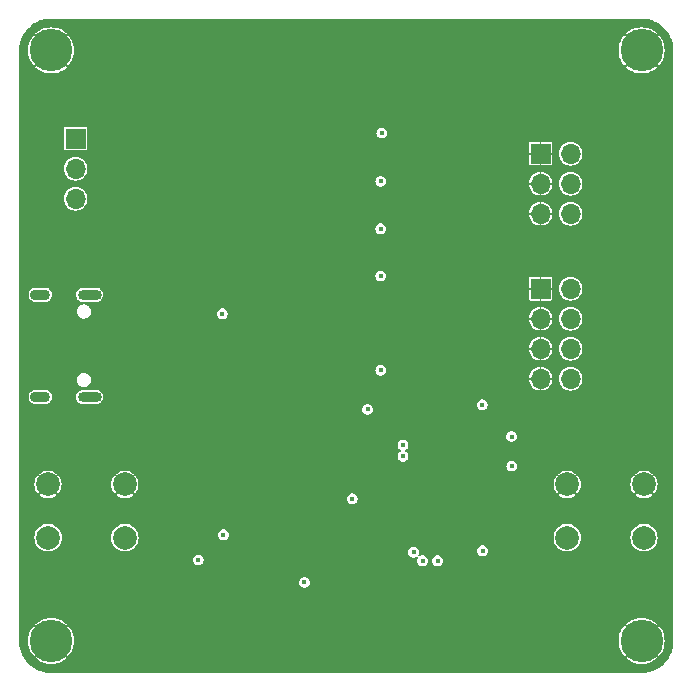
<source format=gbr>
%TF.GenerationSoftware,KiCad,Pcbnew,7.0.1*%
%TF.CreationDate,2023-12-30T18:25:03+00:00*%
%TF.ProjectId,watch_test_rig,77617463-685f-4746-9573-745f7269672e,rev?*%
%TF.SameCoordinates,Original*%
%TF.FileFunction,Copper,L3,Inr*%
%TF.FilePolarity,Positive*%
%FSLAX46Y46*%
G04 Gerber Fmt 4.6, Leading zero omitted, Abs format (unit mm)*
G04 Created by KiCad (PCBNEW 7.0.1) date 2023-12-30 18:25:03*
%MOMM*%
%LPD*%
G01*
G04 APERTURE LIST*
%TA.AperFunction,ComponentPad*%
%ADD10O,2.000000X0.900000*%
%TD*%
%TA.AperFunction,ComponentPad*%
%ADD11O,1.700000X0.900000*%
%TD*%
%TA.AperFunction,ComponentPad*%
%ADD12C,2.000000*%
%TD*%
%TA.AperFunction,ComponentPad*%
%ADD13C,3.600000*%
%TD*%
%TA.AperFunction,ComponentPad*%
%ADD14R,1.700000X1.700000*%
%TD*%
%TA.AperFunction,ComponentPad*%
%ADD15O,1.700000X1.700000*%
%TD*%
%TA.AperFunction,ViaPad*%
%ADD16C,0.450000*%
%TD*%
G04 APERTURE END LIST*
D10*
%TO.N,unconnected-(J103-SHIELD-PadS1)*%
%TO.C,J103*%
X133270000Y-90675000D03*
%TO.N,unconnected-(J103-SHIELD-PadS2)*%
X133270000Y-99325000D03*
D11*
%TO.N,unconnected-(J103-SHIELD-PadS3)*%
X129100000Y-90675000D03*
%TO.N,unconnected-(J103-SHIELD-PadS4)*%
X129100000Y-99325000D03*
%TD*%
D12*
%TO.N,/STM32_RST*%
%TO.C,SW102*%
X180200000Y-111250000D03*
X173700000Y-111250000D03*
%TO.N,GND*%
X180200000Y-106750000D03*
X173700000Y-106750000D03*
%TD*%
D13*
%TO.N,GND*%
%TO.C,H108*%
X180000000Y-120000000D03*
%TD*%
D14*
%TO.N,VBUS*%
%TO.C,SW101*%
X132080000Y-77470000D03*
D15*
%TO.N,/VIN*%
X132080000Y-80010000D03*
%TO.N,unconnected-(SW101-C-Pad3)*%
X132080000Y-82550000D03*
%TD*%
D12*
%TO.N,/NRF_RST*%
%TO.C,SW103*%
X136250000Y-111250000D03*
X129750000Y-111250000D03*
%TO.N,GND*%
X136250000Y-106750000D03*
X129750000Y-106750000D03*
%TD*%
D13*
%TO.N,GND*%
%TO.C,H106*%
X180000000Y-70000000D03*
%TD*%
D14*
%TO.N,GND*%
%TO.C,J106*%
X171450000Y-78740000D03*
D15*
%TO.N,/GPIO1*%
X173990000Y-78740000D03*
%TO.N,GND*%
X171450000Y-81280000D03*
%TO.N,/GPIO2*%
X173990000Y-81280000D03*
%TO.N,GND*%
X171450000Y-83820000D03*
%TO.N,/GPIO3*%
X173990000Y-83820000D03*
%TD*%
D13*
%TO.N,GND*%
%TO.C,H107*%
X130000000Y-120000000D03*
%TD*%
%TO.N,GND*%
%TO.C,H105*%
X130000000Y-70000000D03*
%TD*%
D14*
%TO.N,GND*%
%TO.C,J104*%
X171445000Y-90180000D03*
D15*
%TO.N,+VBAT*%
X173985000Y-90180000D03*
%TO.N,GND*%
X171445000Y-92720000D03*
%TO.N,+1V8*%
X173985000Y-92720000D03*
%TO.N,GND*%
X171445000Y-95260000D03*
%TO.N,+3V3*%
X173985000Y-95260000D03*
%TO.N,GND*%
X171445000Y-97800000D03*
%TO.N,VBUS*%
X173985000Y-97800000D03*
%TD*%
D16*
%TO.N,GND*%
X154500000Y-102900000D03*
X154500000Y-104900000D03*
X156200000Y-102900000D03*
X156200000Y-104900000D03*
X137900000Y-98200000D03*
X137700000Y-91800000D03*
X136100000Y-95500000D03*
X137700000Y-93700000D03*
X146500000Y-104600000D03*
X157900000Y-104900000D03*
X157900000Y-102900000D03*
X140771574Y-96371572D03*
X139357360Y-94957359D03*
X137943147Y-96371572D03*
X139357360Y-97785786D03*
X140771574Y-99199999D03*
X142185787Y-97785786D03*
X143571573Y-99171573D03*
X144985787Y-100585786D03*
X142157360Y-100585786D03*
X143571573Y-102000000D03*
X144985787Y-103414213D03*
X146400000Y-102000000D03*
X152500000Y-104900000D03*
X150500000Y-104900000D03*
X148500000Y-104900000D03*
X148500000Y-102900000D03*
X150500000Y-102900000D03*
X152500000Y-102900000D03*
%TO.N,+1V8*%
X155500000Y-107950000D03*
%TO.N,GND*%
X150090000Y-97090000D03*
%TO.N,VBUS*%
X157910000Y-97090000D03*
X157910000Y-89090000D03*
X157910000Y-85090000D03*
X158000000Y-77000000D03*
X157910000Y-81090000D03*
%TO.N,/GPIO2*%
X156800000Y-100400000D03*
%TO.N,/GPIO1*%
X169000000Y-105189603D03*
%TO.N,GND*%
X147877500Y-78100000D03*
X175800000Y-103000000D03*
X134300000Y-103000000D03*
%TO.N,/NRF_SWDIO*%
X142460000Y-113140000D03*
%TO.N,/NRF_SWCLK*%
X144600000Y-111000000D03*
%TO.N,/NRF_RST*%
X151451035Y-115050000D03*
%TO.N,/STM32_SWO*%
X160700000Y-112500000D03*
%TO.N,/STM32_SWDIO*%
X161460000Y-113200000D03*
%TO.N,GND*%
X143730000Y-120800000D03*
X147540000Y-120800000D03*
X145000000Y-120800000D03*
X166540000Y-120700000D03*
X162730000Y-120700000D03*
X164000000Y-120700000D03*
%TO.N,/STM32_VCP_RX*%
X166500000Y-100000000D03*
%TO.N,/STM32_VCP_TX*%
X168989603Y-102689603D03*
%TO.N,/STM32_RST*%
X166540000Y-112360000D03*
%TO.N,GND*%
X147877500Y-90077500D03*
X147877500Y-94100000D03*
X147877500Y-82100000D03*
X147877500Y-86077500D03*
%TO.N,/GPIO3*%
X144500000Y-92289603D03*
%TO.N,/STM32_SWCLK*%
X162730000Y-113200000D03*
%TO.N,GND*%
X154001035Y-111100000D03*
X159200000Y-102800000D03*
X165700000Y-102800000D03*
X160400000Y-102800000D03*
X134962500Y-91000000D03*
X164300000Y-102800000D03*
X163639603Y-103939603D03*
X160400000Y-105000000D03*
X141589603Y-82789603D03*
X159200000Y-105000000D03*
X134962500Y-99000000D03*
X166360397Y-103939603D03*
X165700000Y-105100000D03*
X164300000Y-105100000D03*
%TO.N,/USB_DN*%
X159800000Y-104375000D03*
%TO.N,/USB_DP*%
X159800000Y-103425000D03*
%TD*%
%TA.AperFunction,Conductor*%
%TO.N,GND*%
G36*
X180002065Y-67300615D02*
G01*
X180298112Y-67317241D01*
X180306346Y-67318170D01*
X180596603Y-67367486D01*
X180604671Y-67369327D01*
X180887605Y-67450839D01*
X180895418Y-67453573D01*
X181167428Y-67566244D01*
X181174904Y-67569844D01*
X181432594Y-67712263D01*
X181439608Y-67716671D01*
X181679716Y-67887037D01*
X181686203Y-67892209D01*
X181905741Y-68088400D01*
X181911599Y-68094258D01*
X182093368Y-68297658D01*
X182107789Y-68313795D01*
X182112962Y-68320283D01*
X182283324Y-68560385D01*
X182287740Y-68567412D01*
X182430155Y-68825095D01*
X182433755Y-68832571D01*
X182546422Y-69104571D01*
X182549163Y-69112404D01*
X182630669Y-69395317D01*
X182632515Y-69403408D01*
X182681828Y-69693647D01*
X182682758Y-69701893D01*
X182699384Y-69997934D01*
X182699500Y-70002083D01*
X182699500Y-119997917D01*
X182699384Y-120002066D01*
X182682758Y-120298106D01*
X182681828Y-120306352D01*
X182632515Y-120596591D01*
X182630669Y-120604682D01*
X182549163Y-120887595D01*
X182546422Y-120895428D01*
X182433755Y-121167428D01*
X182430155Y-121174904D01*
X182287740Y-121432587D01*
X182283324Y-121439614D01*
X182112962Y-121679716D01*
X182107789Y-121686204D01*
X181911604Y-121905736D01*
X181905736Y-121911604D01*
X181686204Y-122107789D01*
X181679716Y-122112962D01*
X181439614Y-122283324D01*
X181432587Y-122287740D01*
X181174904Y-122430155D01*
X181167428Y-122433755D01*
X180895428Y-122546422D01*
X180887595Y-122549163D01*
X180604682Y-122630669D01*
X180596591Y-122632515D01*
X180306352Y-122681828D01*
X180298106Y-122682758D01*
X180002066Y-122699384D01*
X179997917Y-122699500D01*
X130002083Y-122699500D01*
X129997934Y-122699384D01*
X129701893Y-122682758D01*
X129693647Y-122681828D01*
X129403408Y-122632515D01*
X129395317Y-122630669D01*
X129112404Y-122549163D01*
X129104571Y-122546422D01*
X128832571Y-122433755D01*
X128825095Y-122430155D01*
X128567412Y-122287740D01*
X128560385Y-122283324D01*
X128320283Y-122112962D01*
X128313795Y-122107789D01*
X128120535Y-121935082D01*
X128094258Y-121911599D01*
X128088400Y-121905741D01*
X127892209Y-121686203D01*
X127887037Y-121679716D01*
X127716675Y-121439614D01*
X127712263Y-121432594D01*
X127711874Y-121431891D01*
X128674175Y-121431891D01*
X128719759Y-121477475D01*
X128943060Y-121644637D01*
X129187869Y-121778312D01*
X129449216Y-121875790D01*
X129721781Y-121935082D01*
X130000000Y-121954981D01*
X130278218Y-121935082D01*
X130550783Y-121875790D01*
X130812130Y-121778312D01*
X131056939Y-121644637D01*
X131280240Y-121477475D01*
X131325824Y-121431891D01*
X178674175Y-121431891D01*
X178719759Y-121477475D01*
X178943060Y-121644637D01*
X179187869Y-121778312D01*
X179449216Y-121875790D01*
X179721781Y-121935082D01*
X180000000Y-121954981D01*
X180278218Y-121935082D01*
X180550783Y-121875790D01*
X180812130Y-121778312D01*
X181056939Y-121644637D01*
X181280240Y-121477475D01*
X181325824Y-121431891D01*
X180000000Y-120106066D01*
X178674175Y-121431891D01*
X131325824Y-121431891D01*
X130000000Y-120106066D01*
X128674175Y-121431891D01*
X127711874Y-121431891D01*
X127569844Y-121174904D01*
X127566244Y-121167428D01*
X127520478Y-121056939D01*
X127453573Y-120895418D01*
X127450839Y-120887605D01*
X127369327Y-120604671D01*
X127367486Y-120596603D01*
X127318170Y-120306346D01*
X127317241Y-120298106D01*
X127306456Y-120106066D01*
X127300615Y-120002065D01*
X127300558Y-119999999D01*
X128045018Y-119999999D01*
X128064917Y-120278218D01*
X128124209Y-120550783D01*
X128221687Y-120812130D01*
X128355362Y-121056939D01*
X128522524Y-121280240D01*
X128568108Y-121325824D01*
X129893933Y-120000000D01*
X130106066Y-120000000D01*
X131431890Y-121325823D01*
X131477475Y-121280240D01*
X131644637Y-121056939D01*
X131778312Y-120812130D01*
X131875790Y-120550783D01*
X131935082Y-120278218D01*
X131954981Y-119999999D01*
X178045018Y-119999999D01*
X178064917Y-120278218D01*
X178124209Y-120550783D01*
X178221687Y-120812130D01*
X178355362Y-121056939D01*
X178522524Y-121280240D01*
X178568108Y-121325824D01*
X179893933Y-120000000D01*
X180106066Y-120000000D01*
X181431890Y-121325823D01*
X181477475Y-121280240D01*
X181644637Y-121056939D01*
X181778312Y-120812130D01*
X181875790Y-120550783D01*
X181935082Y-120278218D01*
X181954981Y-119999999D01*
X181935082Y-119721781D01*
X181875790Y-119449216D01*
X181778312Y-119187869D01*
X181644637Y-118943060D01*
X181477475Y-118719759D01*
X181431891Y-118674175D01*
X180106066Y-120000000D01*
X179893933Y-120000000D01*
X178568108Y-118674175D01*
X178522525Y-118719759D01*
X178355362Y-118943060D01*
X178221687Y-119187869D01*
X178124209Y-119449216D01*
X178064917Y-119721781D01*
X178045018Y-119999999D01*
X131954981Y-119999999D01*
X131935082Y-119721781D01*
X131875790Y-119449216D01*
X131778312Y-119187869D01*
X131644637Y-118943060D01*
X131477475Y-118719759D01*
X131431891Y-118674175D01*
X130106066Y-120000000D01*
X129893933Y-120000000D01*
X128568108Y-118674175D01*
X128522525Y-118719759D01*
X128355362Y-118943060D01*
X128221687Y-119187869D01*
X128124209Y-119449216D01*
X128064917Y-119721781D01*
X128045018Y-119999999D01*
X127300558Y-119999999D01*
X127300500Y-119997917D01*
X127300500Y-118568108D01*
X128674175Y-118568108D01*
X129999999Y-119893932D01*
X131325824Y-118568108D01*
X178674175Y-118568108D01*
X179999999Y-119893932D01*
X181325824Y-118568108D01*
X181280240Y-118522524D01*
X181056939Y-118355362D01*
X180812130Y-118221687D01*
X180550783Y-118124209D01*
X180278218Y-118064917D01*
X180000000Y-118045018D01*
X179721781Y-118064917D01*
X179449216Y-118124209D01*
X179187869Y-118221687D01*
X178943060Y-118355362D01*
X178719759Y-118522525D01*
X178674175Y-118568108D01*
X131325824Y-118568108D01*
X131280240Y-118522524D01*
X131056939Y-118355362D01*
X130812130Y-118221687D01*
X130550783Y-118124209D01*
X130278218Y-118064917D01*
X130000000Y-118045018D01*
X129721781Y-118064917D01*
X129449216Y-118124209D01*
X129187869Y-118221687D01*
X128943060Y-118355362D01*
X128719759Y-118522525D01*
X128674175Y-118568108D01*
X127300500Y-118568108D01*
X127300500Y-115049999D01*
X150995902Y-115049999D01*
X151014337Y-115178225D01*
X151068152Y-115296062D01*
X151068153Y-115296063D01*
X151152986Y-115393967D01*
X151261966Y-115464004D01*
X151386263Y-115500500D01*
X151515805Y-115500500D01*
X151515807Y-115500500D01*
X151640104Y-115464004D01*
X151749084Y-115393967D01*
X151833917Y-115296063D01*
X151887732Y-115178226D01*
X151906168Y-115050000D01*
X151887732Y-114921774D01*
X151833917Y-114803937D01*
X151749084Y-114706033D01*
X151640104Y-114635996D01*
X151515807Y-114599500D01*
X151386263Y-114599500D01*
X151261966Y-114635995D01*
X151261966Y-114635996D01*
X151152986Y-114706033D01*
X151068152Y-114803937D01*
X151014337Y-114921774D01*
X150995902Y-115049999D01*
X127300500Y-115049999D01*
X127300500Y-113139999D01*
X142004867Y-113139999D01*
X142023302Y-113268225D01*
X142077117Y-113386062D01*
X142077118Y-113386063D01*
X142161951Y-113483967D01*
X142270931Y-113554004D01*
X142395228Y-113590500D01*
X142524770Y-113590500D01*
X142524772Y-113590500D01*
X142649069Y-113554004D01*
X142758049Y-113483967D01*
X142842882Y-113386063D01*
X142896697Y-113268226D01*
X142915133Y-113140000D01*
X142896697Y-113011774D01*
X142842882Y-112893937D01*
X142758049Y-112796033D01*
X142649069Y-112725996D01*
X142524772Y-112689500D01*
X142395228Y-112689500D01*
X142270930Y-112725996D01*
X142270931Y-112725996D01*
X142161951Y-112796033D01*
X142077117Y-112893937D01*
X142023302Y-113011774D01*
X142004867Y-113139999D01*
X127300500Y-113139999D01*
X127300500Y-112500000D01*
X160244867Y-112500000D01*
X160263302Y-112628225D01*
X160317117Y-112746062D01*
X160317118Y-112746063D01*
X160401951Y-112843967D01*
X160510931Y-112914004D01*
X160635228Y-112950500D01*
X160764770Y-112950500D01*
X160764772Y-112950500D01*
X160889069Y-112914004D01*
X160969035Y-112862612D01*
X161014321Y-112851054D01*
X161057501Y-112868939D01*
X161081351Y-112909135D01*
X161076355Y-112955606D01*
X161023302Y-113071774D01*
X161004867Y-113200000D01*
X161023302Y-113328225D01*
X161077117Y-113446062D01*
X161077118Y-113446063D01*
X161161951Y-113543967D01*
X161270931Y-113614004D01*
X161395228Y-113650500D01*
X161524770Y-113650500D01*
X161524772Y-113650500D01*
X161649069Y-113614004D01*
X161758049Y-113543967D01*
X161842882Y-113446063D01*
X161896697Y-113328226D01*
X161915133Y-113200000D01*
X162274867Y-113200000D01*
X162293302Y-113328225D01*
X162347117Y-113446062D01*
X162347118Y-113446063D01*
X162431951Y-113543967D01*
X162540931Y-113614004D01*
X162665228Y-113650500D01*
X162794770Y-113650500D01*
X162794772Y-113650500D01*
X162919069Y-113614004D01*
X163028049Y-113543967D01*
X163112882Y-113446063D01*
X163166697Y-113328226D01*
X163185133Y-113200000D01*
X163166697Y-113071774D01*
X163112882Y-112953937D01*
X163028049Y-112856033D01*
X162919069Y-112785996D01*
X162794772Y-112749500D01*
X162665228Y-112749500D01*
X162540930Y-112785996D01*
X162540931Y-112785996D01*
X162431951Y-112856033D01*
X162347117Y-112953937D01*
X162293302Y-113071774D01*
X162274867Y-113200000D01*
X161915133Y-113200000D01*
X161896697Y-113071774D01*
X161842882Y-112953937D01*
X161758049Y-112856033D01*
X161649069Y-112785996D01*
X161524772Y-112749500D01*
X161395228Y-112749500D01*
X161270931Y-112785996D01*
X161270929Y-112785996D01*
X161270929Y-112785997D01*
X161190964Y-112837387D01*
X161145678Y-112848945D01*
X161102497Y-112831059D01*
X161078648Y-112790863D01*
X161083645Y-112744393D01*
X161136696Y-112628228D01*
X161136695Y-112628228D01*
X161136697Y-112628226D01*
X161155133Y-112500000D01*
X161136697Y-112371774D01*
X161131320Y-112360000D01*
X166084867Y-112360000D01*
X166103302Y-112488225D01*
X166157117Y-112606062D01*
X166157118Y-112606063D01*
X166241951Y-112703967D01*
X166350931Y-112774004D01*
X166475228Y-112810500D01*
X166604770Y-112810500D01*
X166604772Y-112810500D01*
X166729069Y-112774004D01*
X166838049Y-112703967D01*
X166922882Y-112606063D01*
X166976697Y-112488226D01*
X166995133Y-112360000D01*
X166976697Y-112231774D01*
X166922882Y-112113937D01*
X166838049Y-112016033D01*
X166729069Y-111945996D01*
X166604772Y-111909500D01*
X166475228Y-111909500D01*
X166350930Y-111945996D01*
X166350931Y-111945996D01*
X166241951Y-112016033D01*
X166157117Y-112113937D01*
X166103302Y-112231774D01*
X166084867Y-112360000D01*
X161131320Y-112360000D01*
X161082882Y-112253937D01*
X160998049Y-112156033D01*
X160889069Y-112085996D01*
X160764772Y-112049500D01*
X160635228Y-112049500D01*
X160510931Y-112085995D01*
X160510931Y-112085996D01*
X160401951Y-112156033D01*
X160317117Y-112253937D01*
X160263302Y-112371774D01*
X160244867Y-112500000D01*
X127300500Y-112500000D01*
X127300500Y-111249999D01*
X128594570Y-111249999D01*
X128614243Y-111462309D01*
X128672594Y-111667389D01*
X128767632Y-111858254D01*
X128894024Y-112025621D01*
X128896128Y-112028407D01*
X129053698Y-112172052D01*
X129234981Y-112284298D01*
X129433802Y-112361321D01*
X129643390Y-112400500D01*
X129856609Y-112400500D01*
X129856610Y-112400500D01*
X130066198Y-112361321D01*
X130265019Y-112284298D01*
X130446302Y-112172052D01*
X130603872Y-112028407D01*
X130732366Y-111858255D01*
X130732365Y-111858255D01*
X130732367Y-111858254D01*
X130827405Y-111667389D01*
X130885756Y-111462309D01*
X130905429Y-111250000D01*
X130905429Y-111249999D01*
X135094570Y-111249999D01*
X135114243Y-111462309D01*
X135172594Y-111667389D01*
X135267632Y-111858254D01*
X135394024Y-112025621D01*
X135396128Y-112028407D01*
X135553698Y-112172052D01*
X135734981Y-112284298D01*
X135933802Y-112361321D01*
X136143390Y-112400500D01*
X136356609Y-112400500D01*
X136356610Y-112400500D01*
X136566198Y-112361321D01*
X136765019Y-112284298D01*
X136946302Y-112172052D01*
X137103872Y-112028407D01*
X137232366Y-111858255D01*
X137232365Y-111858255D01*
X137232367Y-111858254D01*
X137327405Y-111667389D01*
X137385756Y-111462309D01*
X137405429Y-111250000D01*
X137385756Y-111037690D01*
X137375032Y-111000000D01*
X144144867Y-111000000D01*
X144163302Y-111128225D01*
X144217117Y-111246062D01*
X144220529Y-111250000D01*
X144301951Y-111343967D01*
X144410931Y-111414004D01*
X144535228Y-111450500D01*
X144664770Y-111450500D01*
X144664772Y-111450500D01*
X144789069Y-111414004D01*
X144898049Y-111343967D01*
X144979471Y-111250000D01*
X172544570Y-111250000D01*
X172564243Y-111462309D01*
X172622594Y-111667389D01*
X172717632Y-111858254D01*
X172844024Y-112025621D01*
X172846128Y-112028407D01*
X173003698Y-112172052D01*
X173184981Y-112284298D01*
X173383802Y-112361321D01*
X173593390Y-112400500D01*
X173806609Y-112400500D01*
X173806610Y-112400500D01*
X174016198Y-112361321D01*
X174215019Y-112284298D01*
X174396302Y-112172052D01*
X174553872Y-112028407D01*
X174682366Y-111858255D01*
X174682365Y-111858255D01*
X174682367Y-111858254D01*
X174777405Y-111667389D01*
X174835756Y-111462309D01*
X174855429Y-111250000D01*
X179044570Y-111250000D01*
X179064243Y-111462309D01*
X179122594Y-111667389D01*
X179217632Y-111858254D01*
X179344024Y-112025621D01*
X179346128Y-112028407D01*
X179503698Y-112172052D01*
X179684981Y-112284298D01*
X179883802Y-112361321D01*
X180093390Y-112400500D01*
X180306609Y-112400500D01*
X180306610Y-112400500D01*
X180516198Y-112361321D01*
X180715019Y-112284298D01*
X180896302Y-112172052D01*
X181053872Y-112028407D01*
X181182366Y-111858255D01*
X181182365Y-111858255D01*
X181182367Y-111858254D01*
X181277405Y-111667389D01*
X181335756Y-111462309D01*
X181355429Y-111250000D01*
X181335756Y-111037690D01*
X181277405Y-110832610D01*
X181182367Y-110641745D01*
X181053874Y-110471596D01*
X181053872Y-110471593D01*
X180896302Y-110327948D01*
X180715019Y-110215702D01*
X180516198Y-110138679D01*
X180306610Y-110099500D01*
X180093390Y-110099500D01*
X179988595Y-110119089D01*
X179883801Y-110138679D01*
X179684980Y-110215702D01*
X179503701Y-110327946D01*
X179503698Y-110327948D01*
X179346128Y-110471593D01*
X179346125Y-110471596D01*
X179217632Y-110641745D01*
X179122594Y-110832610D01*
X179064243Y-111037690D01*
X179044570Y-111250000D01*
X174855429Y-111250000D01*
X174835756Y-111037690D01*
X174777405Y-110832610D01*
X174682367Y-110641745D01*
X174553874Y-110471596D01*
X174553872Y-110471593D01*
X174396302Y-110327948D01*
X174215019Y-110215702D01*
X174016198Y-110138679D01*
X173806610Y-110099500D01*
X173593390Y-110099500D01*
X173488595Y-110119089D01*
X173383801Y-110138679D01*
X173184980Y-110215702D01*
X173003701Y-110327946D01*
X173003698Y-110327948D01*
X172846128Y-110471593D01*
X172846125Y-110471596D01*
X172717632Y-110641745D01*
X172622594Y-110832610D01*
X172564243Y-111037690D01*
X172544570Y-111250000D01*
X144979471Y-111250000D01*
X144982882Y-111246063D01*
X145036697Y-111128226D01*
X145055133Y-111000000D01*
X145036697Y-110871774D01*
X144982882Y-110753937D01*
X144898049Y-110656033D01*
X144789069Y-110585996D01*
X144664772Y-110549500D01*
X144535228Y-110549500D01*
X144410931Y-110585995D01*
X144410931Y-110585996D01*
X144301951Y-110656033D01*
X144217117Y-110753937D01*
X144163302Y-110871774D01*
X144144867Y-111000000D01*
X137375032Y-111000000D01*
X137327405Y-110832610D01*
X137232367Y-110641745D01*
X137103874Y-110471596D01*
X137103872Y-110471593D01*
X136946302Y-110327948D01*
X136765019Y-110215702D01*
X136566198Y-110138679D01*
X136356610Y-110099500D01*
X136143390Y-110099500D01*
X136038595Y-110119089D01*
X135933801Y-110138679D01*
X135734980Y-110215702D01*
X135553701Y-110327946D01*
X135553698Y-110327948D01*
X135396128Y-110471593D01*
X135396125Y-110471596D01*
X135267632Y-110641745D01*
X135172594Y-110832610D01*
X135114243Y-111037690D01*
X135094570Y-111249999D01*
X130905429Y-111249999D01*
X130885756Y-111037690D01*
X130827405Y-110832610D01*
X130732367Y-110641745D01*
X130603874Y-110471596D01*
X130603872Y-110471593D01*
X130446302Y-110327948D01*
X130265019Y-110215702D01*
X130066198Y-110138679D01*
X129856610Y-110099500D01*
X129643390Y-110099500D01*
X129538595Y-110119089D01*
X129433801Y-110138679D01*
X129234980Y-110215702D01*
X129053701Y-110327946D01*
X129053698Y-110327948D01*
X128896128Y-110471593D01*
X128896125Y-110471596D01*
X128767632Y-110641745D01*
X128672594Y-110832610D01*
X128614243Y-111037690D01*
X128594570Y-111249999D01*
X127300500Y-111249999D01*
X127300500Y-107949999D01*
X155044867Y-107949999D01*
X155063302Y-108078225D01*
X155117117Y-108196062D01*
X155117118Y-108196063D01*
X155201951Y-108293967D01*
X155310931Y-108364004D01*
X155435228Y-108400500D01*
X155564770Y-108400500D01*
X155564772Y-108400500D01*
X155689069Y-108364004D01*
X155798049Y-108293967D01*
X155882882Y-108196063D01*
X155936697Y-108078226D01*
X155955133Y-107950000D01*
X155936697Y-107821774D01*
X155882882Y-107703937D01*
X155805491Y-107614622D01*
X172941443Y-107614622D01*
X173004000Y-107671651D01*
X173185204Y-107783847D01*
X173383939Y-107860838D01*
X173593437Y-107900000D01*
X173806563Y-107900000D01*
X174016060Y-107860838D01*
X174214795Y-107783847D01*
X174395999Y-107671651D01*
X174458554Y-107614622D01*
X179441443Y-107614622D01*
X179504000Y-107671651D01*
X179685204Y-107783847D01*
X179883939Y-107860838D01*
X180093437Y-107900000D01*
X180306563Y-107900000D01*
X180516060Y-107860838D01*
X180714795Y-107783847D01*
X180895999Y-107671651D01*
X180958555Y-107614621D01*
X180200000Y-106856066D01*
X179441443Y-107614622D01*
X174458554Y-107614622D01*
X174458555Y-107614621D01*
X173700000Y-106856066D01*
X172941443Y-107614622D01*
X155805491Y-107614622D01*
X155798049Y-107606033D01*
X155689069Y-107535996D01*
X155564772Y-107499500D01*
X155435228Y-107499500D01*
X155310930Y-107535996D01*
X155310931Y-107535996D01*
X155201951Y-107606033D01*
X155117117Y-107703937D01*
X155063302Y-107821774D01*
X155044867Y-107949999D01*
X127300500Y-107949999D01*
X127300500Y-107614622D01*
X128991443Y-107614622D01*
X129054000Y-107671651D01*
X129235204Y-107783847D01*
X129433939Y-107860838D01*
X129643437Y-107900000D01*
X129856563Y-107900000D01*
X130066060Y-107860838D01*
X130264795Y-107783847D01*
X130445999Y-107671651D01*
X130508554Y-107614622D01*
X135491443Y-107614622D01*
X135554000Y-107671651D01*
X135735204Y-107783847D01*
X135933939Y-107860838D01*
X136143437Y-107900000D01*
X136356563Y-107900000D01*
X136566060Y-107860838D01*
X136764795Y-107783847D01*
X136945999Y-107671651D01*
X137008555Y-107614621D01*
X136250000Y-106856066D01*
X135491443Y-107614622D01*
X130508554Y-107614622D01*
X130508555Y-107614621D01*
X129750000Y-106856066D01*
X128991443Y-107614622D01*
X127300500Y-107614622D01*
X127300500Y-106750000D01*
X128595072Y-106750000D01*
X128614737Y-106962216D01*
X128673062Y-107167209D01*
X128768059Y-107357990D01*
X128883317Y-107510615D01*
X129643934Y-106750000D01*
X129856066Y-106750000D01*
X130616681Y-107510615D01*
X130731940Y-107357990D01*
X130826937Y-107167209D01*
X130885262Y-106962216D01*
X130904927Y-106750000D01*
X135095072Y-106750000D01*
X135114737Y-106962216D01*
X135173062Y-107167209D01*
X135268059Y-107357990D01*
X135383317Y-107510615D01*
X136143934Y-106750000D01*
X136356066Y-106750000D01*
X137116681Y-107510615D01*
X137231940Y-107357990D01*
X137326937Y-107167209D01*
X137385262Y-106962216D01*
X137404927Y-106750000D01*
X172545072Y-106750000D01*
X172564737Y-106962216D01*
X172623062Y-107167209D01*
X172718059Y-107357990D01*
X172833317Y-107510615D01*
X173593934Y-106750000D01*
X173806066Y-106750000D01*
X174566681Y-107510615D01*
X174681940Y-107357990D01*
X174776937Y-107167209D01*
X174835262Y-106962216D01*
X174854927Y-106750000D01*
X179045072Y-106750000D01*
X179064737Y-106962216D01*
X179123062Y-107167209D01*
X179218059Y-107357990D01*
X179333317Y-107510615D01*
X180093934Y-106750000D01*
X180306066Y-106750000D01*
X181066681Y-107510615D01*
X181181940Y-107357990D01*
X181276937Y-107167209D01*
X181335262Y-106962216D01*
X181354927Y-106750000D01*
X181335262Y-106537783D01*
X181276937Y-106332790D01*
X181181940Y-106142009D01*
X181066681Y-105989383D01*
X180306066Y-106750000D01*
X180093934Y-106750000D01*
X179333317Y-105989383D01*
X179218059Y-106142009D01*
X179123062Y-106332790D01*
X179064737Y-106537783D01*
X179045072Y-106750000D01*
X174854927Y-106750000D01*
X174835262Y-106537783D01*
X174776937Y-106332790D01*
X174681940Y-106142009D01*
X174566681Y-105989383D01*
X173806066Y-106750000D01*
X173593934Y-106750000D01*
X172833317Y-105989383D01*
X172718059Y-106142009D01*
X172623062Y-106332790D01*
X172564737Y-106537783D01*
X172545072Y-106750000D01*
X137404927Y-106750000D01*
X137385262Y-106537783D01*
X137326937Y-106332790D01*
X137231940Y-106142009D01*
X137116681Y-105989383D01*
X136356066Y-106750000D01*
X136143934Y-106750000D01*
X135383317Y-105989383D01*
X135268059Y-106142009D01*
X135173062Y-106332790D01*
X135114737Y-106537783D01*
X135095072Y-106750000D01*
X130904927Y-106750000D01*
X130885262Y-106537783D01*
X130826937Y-106332790D01*
X130731940Y-106142009D01*
X130616681Y-105989383D01*
X129856066Y-106750000D01*
X129643934Y-106750000D01*
X128883317Y-105989383D01*
X128768059Y-106142009D01*
X128673062Y-106332790D01*
X128614737Y-106537783D01*
X128595072Y-106750000D01*
X127300500Y-106750000D01*
X127300500Y-105885376D01*
X128991442Y-105885376D01*
X129749999Y-106643933D01*
X130508555Y-105885376D01*
X135491442Y-105885376D01*
X136249999Y-106643933D01*
X137008555Y-105885376D01*
X172941442Y-105885376D01*
X173699999Y-106643933D01*
X174458555Y-105885376D01*
X179441442Y-105885376D01*
X180199999Y-106643933D01*
X180958555Y-105885376D01*
X180895999Y-105828348D01*
X180714795Y-105716152D01*
X180516060Y-105639161D01*
X180306563Y-105600000D01*
X180093437Y-105600000D01*
X179883939Y-105639161D01*
X179685204Y-105716152D01*
X179504000Y-105828348D01*
X179441442Y-105885376D01*
X174458555Y-105885376D01*
X174395999Y-105828348D01*
X174214795Y-105716152D01*
X174016060Y-105639161D01*
X173806563Y-105600000D01*
X173593437Y-105600000D01*
X173383939Y-105639161D01*
X173185204Y-105716152D01*
X173004000Y-105828348D01*
X172941442Y-105885376D01*
X137008555Y-105885376D01*
X136945999Y-105828348D01*
X136764795Y-105716152D01*
X136566060Y-105639161D01*
X136356563Y-105600000D01*
X136143437Y-105600000D01*
X135933939Y-105639161D01*
X135735204Y-105716152D01*
X135554000Y-105828348D01*
X135491442Y-105885376D01*
X130508555Y-105885376D01*
X130445999Y-105828348D01*
X130264795Y-105716152D01*
X130066060Y-105639161D01*
X129856563Y-105600000D01*
X129643437Y-105600000D01*
X129433939Y-105639161D01*
X129235204Y-105716152D01*
X129054000Y-105828348D01*
X128991442Y-105885376D01*
X127300500Y-105885376D01*
X127300500Y-105189602D01*
X168544867Y-105189602D01*
X168563302Y-105317828D01*
X168617117Y-105435665D01*
X168617118Y-105435666D01*
X168701951Y-105533570D01*
X168810931Y-105603607D01*
X168935228Y-105640103D01*
X169064770Y-105640103D01*
X169064772Y-105640103D01*
X169189069Y-105603607D01*
X169298049Y-105533570D01*
X169382882Y-105435666D01*
X169436697Y-105317829D01*
X169455133Y-105189603D01*
X169436697Y-105061377D01*
X169382882Y-104943540D01*
X169298049Y-104845636D01*
X169189069Y-104775599D01*
X169064772Y-104739103D01*
X168935228Y-104739103D01*
X168810930Y-104775599D01*
X168810931Y-104775599D01*
X168701951Y-104845636D01*
X168617117Y-104943540D01*
X168563302Y-105061377D01*
X168544867Y-105189602D01*
X127300500Y-105189602D01*
X127300500Y-104375000D01*
X159344867Y-104375000D01*
X159363302Y-104503225D01*
X159417117Y-104621062D01*
X159417118Y-104621063D01*
X159501951Y-104718967D01*
X159610931Y-104789004D01*
X159735228Y-104825500D01*
X159864770Y-104825500D01*
X159864772Y-104825500D01*
X159989069Y-104789004D01*
X160098049Y-104718967D01*
X160182882Y-104621063D01*
X160236697Y-104503226D01*
X160255133Y-104375000D01*
X160236697Y-104246774D01*
X160182882Y-104128937D01*
X160098049Y-104031033D01*
X159991023Y-103962251D01*
X159961102Y-103924203D01*
X159961102Y-103875797D01*
X159991023Y-103837748D01*
X160098049Y-103768967D01*
X160182882Y-103671063D01*
X160236697Y-103553226D01*
X160255133Y-103425000D01*
X160236697Y-103296774D01*
X160182882Y-103178937D01*
X160098049Y-103081033D01*
X159989069Y-103010996D01*
X159864772Y-102974500D01*
X159735228Y-102974500D01*
X159610930Y-103010996D01*
X159610931Y-103010996D01*
X159501951Y-103081033D01*
X159417117Y-103178937D01*
X159363302Y-103296774D01*
X159344867Y-103425000D01*
X159363302Y-103553225D01*
X159417117Y-103671062D01*
X159417118Y-103671063D01*
X159501951Y-103768967D01*
X159604720Y-103835012D01*
X159608975Y-103837747D01*
X159638897Y-103875797D01*
X159638897Y-103924203D01*
X159608975Y-103962253D01*
X159501951Y-104031033D01*
X159417117Y-104128937D01*
X159363302Y-104246774D01*
X159344867Y-104375000D01*
X127300500Y-104375000D01*
X127300500Y-102689603D01*
X168534470Y-102689603D01*
X168552905Y-102817828D01*
X168606720Y-102935665D01*
X168606721Y-102935666D01*
X168691554Y-103033570D01*
X168800534Y-103103607D01*
X168924831Y-103140103D01*
X169054373Y-103140103D01*
X169054375Y-103140103D01*
X169178672Y-103103607D01*
X169287652Y-103033570D01*
X169372485Y-102935666D01*
X169426300Y-102817829D01*
X169444736Y-102689603D01*
X169426300Y-102561377D01*
X169372485Y-102443540D01*
X169287652Y-102345636D01*
X169178672Y-102275599D01*
X169054375Y-102239103D01*
X168924831Y-102239103D01*
X168800533Y-102275599D01*
X168800534Y-102275599D01*
X168691554Y-102345636D01*
X168606720Y-102443540D01*
X168552905Y-102561377D01*
X168534470Y-102689603D01*
X127300500Y-102689603D01*
X127300500Y-100399999D01*
X156344867Y-100399999D01*
X156363302Y-100528225D01*
X156417117Y-100646062D01*
X156417118Y-100646063D01*
X156501951Y-100743967D01*
X156610931Y-100814004D01*
X156735228Y-100850500D01*
X156864770Y-100850500D01*
X156864772Y-100850500D01*
X156989069Y-100814004D01*
X157098049Y-100743967D01*
X157182882Y-100646063D01*
X157236697Y-100528226D01*
X157255133Y-100400000D01*
X157236697Y-100271774D01*
X157182882Y-100153937D01*
X157098049Y-100056033D01*
X157010860Y-100000000D01*
X166044867Y-100000000D01*
X166063302Y-100128225D01*
X166117117Y-100246062D01*
X166117118Y-100246063D01*
X166201951Y-100343967D01*
X166310931Y-100414004D01*
X166435228Y-100450500D01*
X166564770Y-100450500D01*
X166564772Y-100450500D01*
X166689069Y-100414004D01*
X166798049Y-100343967D01*
X166882882Y-100246063D01*
X166936697Y-100128226D01*
X166955133Y-100000000D01*
X166936697Y-99871774D01*
X166882882Y-99753937D01*
X166798049Y-99656033D01*
X166689069Y-99585996D01*
X166564772Y-99549500D01*
X166435228Y-99549500D01*
X166310930Y-99585996D01*
X166310931Y-99585996D01*
X166201951Y-99656033D01*
X166117117Y-99753937D01*
X166063302Y-99871774D01*
X166044867Y-100000000D01*
X157010860Y-100000000D01*
X156989069Y-99985996D01*
X156864772Y-99949500D01*
X156735228Y-99949500D01*
X156610930Y-99985996D01*
X156610931Y-99985996D01*
X156501951Y-100056033D01*
X156417117Y-100153937D01*
X156363302Y-100271774D01*
X156344867Y-100399999D01*
X127300500Y-100399999D01*
X127300500Y-99325000D01*
X128094317Y-99325000D01*
X128114956Y-99481762D01*
X128175464Y-99627842D01*
X128197096Y-99656033D01*
X128271718Y-99753282D01*
X128353455Y-99816001D01*
X128397157Y-99849535D01*
X128397158Y-99849535D01*
X128397159Y-99849536D01*
X128543238Y-99910044D01*
X128660639Y-99925500D01*
X129539360Y-99925500D01*
X129539361Y-99925500D01*
X129656762Y-99910044D01*
X129802841Y-99849536D01*
X129928282Y-99753282D01*
X130024536Y-99627841D01*
X130085044Y-99481762D01*
X130105682Y-99325000D01*
X132114317Y-99325000D01*
X132134956Y-99481762D01*
X132195464Y-99627842D01*
X132217096Y-99656033D01*
X132291718Y-99753282D01*
X132373455Y-99816001D01*
X132417157Y-99849535D01*
X132417158Y-99849535D01*
X132417159Y-99849536D01*
X132563238Y-99910044D01*
X132680639Y-99925500D01*
X133859360Y-99925500D01*
X133859361Y-99925500D01*
X133976762Y-99910044D01*
X134122841Y-99849536D01*
X134248282Y-99753282D01*
X134344536Y-99627841D01*
X134405044Y-99481762D01*
X134425682Y-99325000D01*
X134405044Y-99168238D01*
X134344536Y-99022159D01*
X134344535Y-99022158D01*
X134344535Y-99022157D01*
X134311001Y-98978455D01*
X134248282Y-98896718D01*
X134185561Y-98848590D01*
X134122842Y-98800464D01*
X133976762Y-98739956D01*
X133892129Y-98728814D01*
X133859361Y-98724500D01*
X132680639Y-98724500D01*
X132647871Y-98728814D01*
X132563237Y-98739956D01*
X132417157Y-98800464D01*
X132291718Y-98896718D01*
X132195464Y-99022157D01*
X132134956Y-99168237D01*
X132114317Y-99325000D01*
X130105682Y-99325000D01*
X130085044Y-99168238D01*
X130024536Y-99022159D01*
X130024535Y-99022158D01*
X130024535Y-99022157D01*
X129991001Y-98978455D01*
X129928282Y-98896718D01*
X129865561Y-98848590D01*
X129802842Y-98800464D01*
X129656762Y-98739956D01*
X129572129Y-98728814D01*
X129539361Y-98724500D01*
X128660639Y-98724500D01*
X128627871Y-98728814D01*
X128543237Y-98739956D01*
X128397157Y-98800464D01*
X128271718Y-98896718D01*
X128175464Y-99022157D01*
X128114956Y-99168237D01*
X128094317Y-99325000D01*
X127300500Y-99325000D01*
X127300500Y-97890000D01*
X132174317Y-97890000D01*
X132194956Y-98046762D01*
X132255464Y-98192842D01*
X132303591Y-98255561D01*
X132351718Y-98318282D01*
X132404181Y-98358538D01*
X132477157Y-98414535D01*
X132477158Y-98414535D01*
X132477159Y-98414536D01*
X132623238Y-98475044D01*
X132740639Y-98490500D01*
X132819360Y-98490500D01*
X132819361Y-98490500D01*
X132936762Y-98475044D01*
X133082841Y-98414536D01*
X133208282Y-98318282D01*
X133304536Y-98192841D01*
X133365044Y-98046762D01*
X133385682Y-97890000D01*
X133383707Y-97875000D01*
X170447548Y-97875000D01*
X170459469Y-97996034D01*
X170516651Y-98184538D01*
X170609506Y-98358256D01*
X170734472Y-98510527D01*
X170886743Y-98635493D01*
X171060461Y-98728348D01*
X171248965Y-98785530D01*
X171370000Y-98797451D01*
X171370000Y-97875000D01*
X171520000Y-97875000D01*
X171520000Y-98797451D01*
X171641034Y-98785530D01*
X171829538Y-98728348D01*
X172003256Y-98635493D01*
X172155527Y-98510527D01*
X172280493Y-98358256D01*
X172373348Y-98184538D01*
X172430530Y-97996034D01*
X172442452Y-97875000D01*
X171520000Y-97875000D01*
X171370000Y-97875000D01*
X170447548Y-97875000D01*
X133383707Y-97875000D01*
X133373833Y-97800000D01*
X172979659Y-97800000D01*
X172998976Y-97996132D01*
X173056186Y-98184728D01*
X173102637Y-98271632D01*
X173149090Y-98358538D01*
X173274117Y-98510883D01*
X173426462Y-98635910D01*
X173600273Y-98728814D01*
X173788868Y-98786024D01*
X173985000Y-98805341D01*
X174181132Y-98786024D01*
X174369727Y-98728814D01*
X174543538Y-98635910D01*
X174695883Y-98510883D01*
X174820910Y-98358538D01*
X174913814Y-98184727D01*
X174971024Y-97996132D01*
X174990341Y-97800000D01*
X174971024Y-97603868D01*
X174913814Y-97415273D01*
X174820910Y-97241462D01*
X174695883Y-97089117D01*
X174543538Y-96964090D01*
X174456632Y-96917637D01*
X174369728Y-96871186D01*
X174181132Y-96813976D01*
X173985000Y-96794659D01*
X173984999Y-96794659D01*
X173788867Y-96813976D01*
X173600271Y-96871186D01*
X173426462Y-96964090D01*
X173274117Y-97089117D01*
X173149090Y-97241462D01*
X173056186Y-97415271D01*
X172998976Y-97603867D01*
X172979659Y-97800000D01*
X133373833Y-97800000D01*
X133365044Y-97733238D01*
X133361632Y-97725000D01*
X170447548Y-97725000D01*
X171370000Y-97725000D01*
X171370000Y-96802548D01*
X171520000Y-96802548D01*
X171520000Y-97725000D01*
X172442451Y-97725000D01*
X172430530Y-97603965D01*
X172373348Y-97415461D01*
X172280493Y-97241743D01*
X172155527Y-97089472D01*
X172003256Y-96964506D01*
X171829538Y-96871651D01*
X171641034Y-96814469D01*
X171520000Y-96802548D01*
X171370000Y-96802548D01*
X171248965Y-96814469D01*
X171060461Y-96871651D01*
X170886743Y-96964506D01*
X170734472Y-97089472D01*
X170609506Y-97241743D01*
X170516651Y-97415461D01*
X170459469Y-97603965D01*
X170447548Y-97725000D01*
X133361632Y-97725000D01*
X133304536Y-97587159D01*
X133304535Y-97587158D01*
X133304535Y-97587157D01*
X133240728Y-97504003D01*
X133208282Y-97461718D01*
X133145561Y-97413590D01*
X133082842Y-97365464D01*
X132936762Y-97304956D01*
X132819361Y-97289500D01*
X132740639Y-97289500D01*
X132681938Y-97297228D01*
X132623237Y-97304956D01*
X132477157Y-97365464D01*
X132351718Y-97461718D01*
X132255464Y-97587157D01*
X132194956Y-97733237D01*
X132174317Y-97890000D01*
X127300500Y-97890000D01*
X127300500Y-97090000D01*
X157454867Y-97090000D01*
X157473302Y-97218225D01*
X157527117Y-97336062D01*
X157527118Y-97336063D01*
X157611951Y-97433967D01*
X157720931Y-97504004D01*
X157845228Y-97540500D01*
X157974770Y-97540500D01*
X157974772Y-97540500D01*
X158099069Y-97504004D01*
X158208049Y-97433967D01*
X158292882Y-97336063D01*
X158346697Y-97218226D01*
X158365133Y-97090000D01*
X158346697Y-96961774D01*
X158292882Y-96843937D01*
X158208049Y-96746033D01*
X158099069Y-96675996D01*
X157974772Y-96639500D01*
X157845228Y-96639500D01*
X157720931Y-96675995D01*
X157720931Y-96675996D01*
X157611951Y-96746033D01*
X157527117Y-96843937D01*
X157473302Y-96961774D01*
X157454867Y-97090000D01*
X127300500Y-97090000D01*
X127300500Y-95335000D01*
X170447548Y-95335000D01*
X170459469Y-95456034D01*
X170516651Y-95644538D01*
X170609506Y-95818256D01*
X170734472Y-95970527D01*
X170886743Y-96095493D01*
X171060461Y-96188348D01*
X171248965Y-96245530D01*
X171370000Y-96257451D01*
X171370000Y-95335000D01*
X171520000Y-95335000D01*
X171520000Y-96257451D01*
X171641034Y-96245530D01*
X171829538Y-96188348D01*
X172003256Y-96095493D01*
X172155527Y-95970527D01*
X172280493Y-95818256D01*
X172373348Y-95644538D01*
X172430530Y-95456034D01*
X172442452Y-95335000D01*
X171520000Y-95335000D01*
X171370000Y-95335000D01*
X170447548Y-95335000D01*
X127300500Y-95335000D01*
X127300500Y-95259999D01*
X172979659Y-95259999D01*
X172998976Y-95456132D01*
X173056186Y-95644728D01*
X173102637Y-95731632D01*
X173149090Y-95818538D01*
X173274117Y-95970883D01*
X173426462Y-96095910D01*
X173600273Y-96188814D01*
X173788868Y-96246024D01*
X173985000Y-96265341D01*
X174181132Y-96246024D01*
X174369727Y-96188814D01*
X174543538Y-96095910D01*
X174695883Y-95970883D01*
X174820910Y-95818538D01*
X174913814Y-95644727D01*
X174971024Y-95456132D01*
X174990341Y-95260000D01*
X174971024Y-95063868D01*
X174913814Y-94875273D01*
X174820910Y-94701462D01*
X174695883Y-94549117D01*
X174543538Y-94424090D01*
X174456632Y-94377638D01*
X174369728Y-94331186D01*
X174181132Y-94273976D01*
X173985000Y-94254659D01*
X173788867Y-94273976D01*
X173600271Y-94331186D01*
X173426462Y-94424090D01*
X173274117Y-94549117D01*
X173149090Y-94701462D01*
X173056186Y-94875271D01*
X172998976Y-95063867D01*
X172979659Y-95259999D01*
X127300500Y-95259999D01*
X127300500Y-95185000D01*
X170447548Y-95185000D01*
X171370000Y-95185000D01*
X171370000Y-94262548D01*
X171520000Y-94262548D01*
X171520000Y-95185000D01*
X172442451Y-95185000D01*
X172430530Y-95063965D01*
X172373348Y-94875461D01*
X172280493Y-94701743D01*
X172155527Y-94549472D01*
X172003256Y-94424506D01*
X171829538Y-94331651D01*
X171641034Y-94274469D01*
X171520000Y-94262548D01*
X171370000Y-94262548D01*
X171248965Y-94274469D01*
X171060461Y-94331651D01*
X170886743Y-94424506D01*
X170734472Y-94549472D01*
X170609506Y-94701743D01*
X170516651Y-94875461D01*
X170459469Y-95063965D01*
X170447548Y-95185000D01*
X127300500Y-95185000D01*
X127300500Y-92795000D01*
X170447548Y-92795000D01*
X170459469Y-92916034D01*
X170516651Y-93104538D01*
X170609506Y-93278256D01*
X170734472Y-93430527D01*
X170886743Y-93555493D01*
X171060461Y-93648348D01*
X171248965Y-93705530D01*
X171370000Y-93717451D01*
X171370000Y-92795000D01*
X171520000Y-92795000D01*
X171520000Y-93717451D01*
X171641034Y-93705530D01*
X171829538Y-93648348D01*
X172003256Y-93555493D01*
X172155527Y-93430527D01*
X172280493Y-93278256D01*
X172373348Y-93104538D01*
X172430530Y-92916034D01*
X172442452Y-92795000D01*
X171520000Y-92795000D01*
X171370000Y-92795000D01*
X170447548Y-92795000D01*
X127300500Y-92795000D01*
X127300500Y-92109999D01*
X132174317Y-92109999D01*
X132194956Y-92266762D01*
X132255464Y-92412842D01*
X132259291Y-92417829D01*
X132351718Y-92538282D01*
X132433455Y-92601001D01*
X132477157Y-92634535D01*
X132477158Y-92634535D01*
X132477159Y-92634536D01*
X132623238Y-92695044D01*
X132740639Y-92710500D01*
X132819360Y-92710500D01*
X132819361Y-92710500D01*
X132936762Y-92695044D01*
X133082841Y-92634536D01*
X133208282Y-92538282D01*
X133304536Y-92412841D01*
X133355583Y-92289603D01*
X144044867Y-92289603D01*
X144063302Y-92417828D01*
X144117117Y-92535665D01*
X144117118Y-92535666D01*
X144201951Y-92633570D01*
X144310931Y-92703607D01*
X144435228Y-92740103D01*
X144564770Y-92740103D01*
X144564772Y-92740103D01*
X144633238Y-92720000D01*
X172979659Y-92720000D01*
X172998976Y-92916132D01*
X173056186Y-93104728D01*
X173102638Y-93191632D01*
X173149090Y-93278538D01*
X173274117Y-93430883D01*
X173426462Y-93555910D01*
X173600273Y-93648814D01*
X173788868Y-93706024D01*
X173985000Y-93725341D01*
X174181132Y-93706024D01*
X174369727Y-93648814D01*
X174543538Y-93555910D01*
X174695883Y-93430883D01*
X174820910Y-93278538D01*
X174913814Y-93104727D01*
X174971024Y-92916132D01*
X174990341Y-92720000D01*
X174971024Y-92523868D01*
X174913814Y-92335273D01*
X174820910Y-92161462D01*
X174695883Y-92009117D01*
X174543538Y-91884090D01*
X174456632Y-91837637D01*
X174369728Y-91791186D01*
X174181132Y-91733976D01*
X173985000Y-91714659D01*
X173788867Y-91733976D01*
X173600271Y-91791186D01*
X173426462Y-91884090D01*
X173274117Y-92009117D01*
X173149090Y-92161462D01*
X173056186Y-92335271D01*
X172998976Y-92523867D01*
X172979659Y-92720000D01*
X144633238Y-92720000D01*
X144689069Y-92703607D01*
X144780264Y-92645000D01*
X170447548Y-92645000D01*
X171370000Y-92645000D01*
X171370000Y-91722548D01*
X171520000Y-91722548D01*
X171520000Y-92645000D01*
X172442451Y-92645000D01*
X172430530Y-92523965D01*
X172373348Y-92335461D01*
X172280493Y-92161743D01*
X172155527Y-92009472D01*
X172003256Y-91884506D01*
X171829538Y-91791651D01*
X171641034Y-91734469D01*
X171520000Y-91722548D01*
X171370000Y-91722548D01*
X171248965Y-91734469D01*
X171060461Y-91791651D01*
X170886743Y-91884506D01*
X170734472Y-92009472D01*
X170609506Y-92161743D01*
X170516651Y-92335461D01*
X170459469Y-92523965D01*
X170447548Y-92645000D01*
X144780264Y-92645000D01*
X144798049Y-92633570D01*
X144882882Y-92535666D01*
X144936697Y-92417829D01*
X144955133Y-92289603D01*
X144936697Y-92161377D01*
X144882882Y-92043540D01*
X144798049Y-91945636D01*
X144689069Y-91875599D01*
X144564772Y-91839103D01*
X144435228Y-91839103D01*
X144310930Y-91875599D01*
X144310931Y-91875599D01*
X144201951Y-91945636D01*
X144117117Y-92043540D01*
X144063302Y-92161377D01*
X144044867Y-92289603D01*
X133355583Y-92289603D01*
X133365044Y-92266762D01*
X133385682Y-92110000D01*
X133365044Y-91953238D01*
X133304536Y-91807159D01*
X133304535Y-91807158D01*
X133304535Y-91807157D01*
X133248381Y-91733976D01*
X133208282Y-91681718D01*
X133145561Y-91633590D01*
X133082842Y-91585464D01*
X132936762Y-91524956D01*
X132936761Y-91524955D01*
X132819361Y-91509500D01*
X132740639Y-91509500D01*
X132681938Y-91517227D01*
X132623237Y-91524956D01*
X132477157Y-91585464D01*
X132351718Y-91681718D01*
X132255464Y-91807157D01*
X132194956Y-91953237D01*
X132174317Y-92109999D01*
X127300500Y-92109999D01*
X127300500Y-90675000D01*
X128094317Y-90675000D01*
X128114956Y-90831762D01*
X128175464Y-90977842D01*
X128204675Y-91015910D01*
X128271718Y-91103282D01*
X128353455Y-91166001D01*
X128397157Y-91199535D01*
X128397158Y-91199535D01*
X128397159Y-91199536D01*
X128543238Y-91260044D01*
X128660639Y-91275500D01*
X129539360Y-91275500D01*
X129539361Y-91275500D01*
X129656762Y-91260044D01*
X129802841Y-91199536D01*
X129928282Y-91103282D01*
X130024536Y-90977841D01*
X130085044Y-90831762D01*
X130105682Y-90675000D01*
X132114317Y-90675000D01*
X132134956Y-90831762D01*
X132195464Y-90977842D01*
X132224675Y-91015910D01*
X132291718Y-91103282D01*
X132373455Y-91166001D01*
X132417157Y-91199535D01*
X132417158Y-91199535D01*
X132417159Y-91199536D01*
X132563238Y-91260044D01*
X132680639Y-91275500D01*
X133859360Y-91275500D01*
X133859361Y-91275500D01*
X133976762Y-91260044D01*
X134122841Y-91199536D01*
X134248282Y-91103282D01*
X134344536Y-90977841D01*
X134405044Y-90831762D01*
X134425682Y-90675000D01*
X134405044Y-90518238D01*
X134344536Y-90372159D01*
X134344535Y-90372158D01*
X134344535Y-90372157D01*
X134311001Y-90328455D01*
X134254637Y-90255000D01*
X170445001Y-90255000D01*
X170445001Y-91044777D01*
X170453702Y-91088526D01*
X170486855Y-91138143D01*
X170536473Y-91171296D01*
X170580226Y-91180000D01*
X171370000Y-91180000D01*
X171370000Y-90255000D01*
X171520000Y-90255000D01*
X171520000Y-91179999D01*
X172309777Y-91179999D01*
X172353526Y-91171297D01*
X172403143Y-91138144D01*
X172436296Y-91088526D01*
X172445000Y-91044774D01*
X172445000Y-90255000D01*
X171520000Y-90255000D01*
X171370000Y-90255000D01*
X170445001Y-90255000D01*
X134254637Y-90255000D01*
X134248282Y-90246718D01*
X134185561Y-90198590D01*
X134161333Y-90179999D01*
X172979659Y-90179999D01*
X172998976Y-90376132D01*
X173056186Y-90564728D01*
X173102637Y-90651632D01*
X173149090Y-90738538D01*
X173274117Y-90890883D01*
X173426462Y-91015910D01*
X173600273Y-91108814D01*
X173788868Y-91166024D01*
X173985000Y-91185341D01*
X174181132Y-91166024D01*
X174369727Y-91108814D01*
X174543538Y-91015910D01*
X174695883Y-90890883D01*
X174820910Y-90738538D01*
X174913814Y-90564727D01*
X174971024Y-90376132D01*
X174990341Y-90180000D01*
X174971024Y-89983868D01*
X174913814Y-89795273D01*
X174820910Y-89621462D01*
X174695883Y-89469117D01*
X174543538Y-89344090D01*
X174456632Y-89297638D01*
X174369728Y-89251186D01*
X174181132Y-89193976D01*
X173985000Y-89174659D01*
X173788867Y-89193976D01*
X173600271Y-89251186D01*
X173426462Y-89344090D01*
X173274117Y-89469117D01*
X173149090Y-89621462D01*
X173056186Y-89795271D01*
X172998976Y-89983867D01*
X172979659Y-90179999D01*
X134161333Y-90179999D01*
X134122842Y-90150464D01*
X134013082Y-90105000D01*
X170445000Y-90105000D01*
X171370000Y-90105000D01*
X171370000Y-89180001D01*
X170580223Y-89180001D01*
X170536473Y-89188702D01*
X170486856Y-89221855D01*
X170453703Y-89271473D01*
X170445000Y-89315226D01*
X170445000Y-90105000D01*
X134013082Y-90105000D01*
X133976762Y-90089956D01*
X133859361Y-90074500D01*
X132680639Y-90074500D01*
X132621938Y-90082228D01*
X132563237Y-90089956D01*
X132417157Y-90150464D01*
X132291718Y-90246718D01*
X132195464Y-90372157D01*
X132134956Y-90518237D01*
X132114317Y-90675000D01*
X130105682Y-90675000D01*
X130085044Y-90518238D01*
X130024536Y-90372159D01*
X130024535Y-90372158D01*
X130024535Y-90372157D01*
X129991001Y-90328455D01*
X129928282Y-90246718D01*
X129865561Y-90198590D01*
X129802842Y-90150464D01*
X129656762Y-90089956D01*
X129539361Y-90074500D01*
X128660639Y-90074500D01*
X128601938Y-90082228D01*
X128543237Y-90089956D01*
X128397157Y-90150464D01*
X128271718Y-90246718D01*
X128175464Y-90372157D01*
X128114956Y-90518237D01*
X128094317Y-90675000D01*
X127300500Y-90675000D01*
X127300500Y-89090000D01*
X157454867Y-89090000D01*
X157473302Y-89218225D01*
X157527117Y-89336062D01*
X157527118Y-89336063D01*
X157611951Y-89433967D01*
X157720931Y-89504004D01*
X157845228Y-89540500D01*
X157974770Y-89540500D01*
X157974772Y-89540500D01*
X158099069Y-89504004D01*
X158208049Y-89433967D01*
X158292882Y-89336063D01*
X158346697Y-89218226D01*
X158352193Y-89180000D01*
X171520000Y-89180000D01*
X171520000Y-90105000D01*
X172444999Y-90105000D01*
X172444999Y-89315223D01*
X172436297Y-89271473D01*
X172403144Y-89221856D01*
X172353526Y-89188703D01*
X172309774Y-89180000D01*
X171520000Y-89180000D01*
X158352193Y-89180000D01*
X158365133Y-89090000D01*
X158346697Y-88961774D01*
X158292882Y-88843937D01*
X158208049Y-88746033D01*
X158099069Y-88675996D01*
X157974772Y-88639500D01*
X157845228Y-88639500D01*
X157720930Y-88675996D01*
X157720931Y-88675996D01*
X157611951Y-88746033D01*
X157527117Y-88843937D01*
X157473302Y-88961774D01*
X157454867Y-89090000D01*
X127300500Y-89090000D01*
X127300500Y-85090000D01*
X157454867Y-85090000D01*
X157473302Y-85218225D01*
X157527117Y-85336062D01*
X157527118Y-85336063D01*
X157611951Y-85433967D01*
X157720931Y-85504004D01*
X157845228Y-85540500D01*
X157974770Y-85540500D01*
X157974772Y-85540500D01*
X158099069Y-85504004D01*
X158208049Y-85433967D01*
X158292882Y-85336063D01*
X158346697Y-85218226D01*
X158365133Y-85090000D01*
X158346697Y-84961774D01*
X158292882Y-84843937D01*
X158208049Y-84746033D01*
X158099069Y-84675996D01*
X157974772Y-84639500D01*
X157845228Y-84639500D01*
X157720930Y-84675996D01*
X157720931Y-84675996D01*
X157611951Y-84746033D01*
X157527117Y-84843937D01*
X157473302Y-84961774D01*
X157454867Y-85090000D01*
X127300500Y-85090000D01*
X127300500Y-83895000D01*
X170452548Y-83895000D01*
X170464469Y-84016034D01*
X170521651Y-84204538D01*
X170614506Y-84378256D01*
X170739472Y-84530527D01*
X170891743Y-84655493D01*
X171065461Y-84748348D01*
X171253965Y-84805530D01*
X171375000Y-84817451D01*
X171375000Y-83895000D01*
X171525000Y-83895000D01*
X171525000Y-84817451D01*
X171646034Y-84805530D01*
X171834538Y-84748348D01*
X172008256Y-84655493D01*
X172160527Y-84530527D01*
X172285493Y-84378256D01*
X172378348Y-84204538D01*
X172435530Y-84016034D01*
X172447452Y-83895000D01*
X171525000Y-83895000D01*
X171375000Y-83895000D01*
X170452548Y-83895000D01*
X127300500Y-83895000D01*
X127300500Y-83819999D01*
X172984659Y-83819999D01*
X173003976Y-84016132D01*
X173061186Y-84204728D01*
X173107637Y-84291632D01*
X173154090Y-84378538D01*
X173279117Y-84530883D01*
X173431462Y-84655910D01*
X173605273Y-84748814D01*
X173793868Y-84806024D01*
X173990000Y-84825341D01*
X174186132Y-84806024D01*
X174374727Y-84748814D01*
X174548538Y-84655910D01*
X174700883Y-84530883D01*
X174825910Y-84378538D01*
X174918814Y-84204727D01*
X174976024Y-84016132D01*
X174995341Y-83820000D01*
X174976024Y-83623868D01*
X174918814Y-83435273D01*
X174825910Y-83261462D01*
X174700883Y-83109117D01*
X174548538Y-82984090D01*
X174456186Y-82934727D01*
X174374728Y-82891186D01*
X174186132Y-82833976D01*
X173990000Y-82814659D01*
X173989999Y-82814659D01*
X173793867Y-82833976D01*
X173605271Y-82891186D01*
X173431462Y-82984090D01*
X173279117Y-83109117D01*
X173154090Y-83261462D01*
X173061186Y-83435271D01*
X173003976Y-83623867D01*
X172984659Y-83819999D01*
X127300500Y-83819999D01*
X127300500Y-83745000D01*
X170452548Y-83745000D01*
X171375000Y-83745000D01*
X171375000Y-82822548D01*
X171525000Y-82822548D01*
X171525000Y-83745000D01*
X172447451Y-83745000D01*
X172435530Y-83623965D01*
X172378348Y-83435461D01*
X172285493Y-83261743D01*
X172160527Y-83109472D01*
X172008256Y-82984506D01*
X171834538Y-82891651D01*
X171646034Y-82834469D01*
X171525000Y-82822548D01*
X171375000Y-82822548D01*
X171253965Y-82834469D01*
X171065461Y-82891651D01*
X170891743Y-82984506D01*
X170739472Y-83109472D01*
X170614506Y-83261743D01*
X170521651Y-83435461D01*
X170464469Y-83623965D01*
X170452548Y-83745000D01*
X127300500Y-83745000D01*
X127300500Y-82550000D01*
X131074659Y-82550000D01*
X131093976Y-82746132D01*
X131151186Y-82934728D01*
X131177571Y-82984090D01*
X131244090Y-83108538D01*
X131369117Y-83260883D01*
X131521462Y-83385910D01*
X131695273Y-83478814D01*
X131883868Y-83536024D01*
X132080000Y-83555341D01*
X132276132Y-83536024D01*
X132464727Y-83478814D01*
X132638538Y-83385910D01*
X132790883Y-83260883D01*
X132915910Y-83108538D01*
X133008814Y-82934727D01*
X133066024Y-82746132D01*
X133085341Y-82550000D01*
X133066024Y-82353868D01*
X133008814Y-82165273D01*
X132915910Y-81991462D01*
X132790883Y-81839117D01*
X132638538Y-81714090D01*
X132545833Y-81664538D01*
X132464728Y-81621186D01*
X132276132Y-81563976D01*
X132080000Y-81544659D01*
X131883867Y-81563976D01*
X131695271Y-81621186D01*
X131521462Y-81714090D01*
X131369117Y-81839117D01*
X131244090Y-81991462D01*
X131151186Y-82165271D01*
X131093976Y-82353867D01*
X131074659Y-82550000D01*
X127300500Y-82550000D01*
X127300500Y-81090000D01*
X157454867Y-81090000D01*
X157473302Y-81218225D01*
X157527117Y-81336062D01*
X157527118Y-81336063D01*
X157611951Y-81433967D01*
X157720931Y-81504004D01*
X157845228Y-81540500D01*
X157974770Y-81540500D01*
X157974772Y-81540500D01*
X158099069Y-81504004D01*
X158208049Y-81433967D01*
X158276473Y-81355000D01*
X170452548Y-81355000D01*
X170464469Y-81476034D01*
X170521651Y-81664538D01*
X170614506Y-81838256D01*
X170739472Y-81990527D01*
X170891743Y-82115493D01*
X171065461Y-82208348D01*
X171253965Y-82265530D01*
X171375000Y-82277451D01*
X171375000Y-81355000D01*
X171525000Y-81355000D01*
X171525000Y-82277451D01*
X171646034Y-82265530D01*
X171834538Y-82208348D01*
X172008256Y-82115493D01*
X172160527Y-81990527D01*
X172285493Y-81838256D01*
X172378348Y-81664538D01*
X172435530Y-81476034D01*
X172447452Y-81355000D01*
X171525000Y-81355000D01*
X171375000Y-81355000D01*
X170452548Y-81355000D01*
X158276473Y-81355000D01*
X158292882Y-81336063D01*
X158318485Y-81280000D01*
X172984659Y-81280000D01*
X173003976Y-81476132D01*
X173061186Y-81664728D01*
X173087571Y-81714090D01*
X173154090Y-81838538D01*
X173279117Y-81990883D01*
X173431462Y-82115910D01*
X173605273Y-82208814D01*
X173793868Y-82266024D01*
X173990000Y-82285341D01*
X174186132Y-82266024D01*
X174374727Y-82208814D01*
X174548538Y-82115910D01*
X174700883Y-81990883D01*
X174825910Y-81838538D01*
X174918814Y-81664727D01*
X174976024Y-81476132D01*
X174995341Y-81280000D01*
X174976024Y-81083868D01*
X174918814Y-80895273D01*
X174825910Y-80721462D01*
X174700883Y-80569117D01*
X174548538Y-80444090D01*
X174456186Y-80394727D01*
X174374728Y-80351186D01*
X174186132Y-80293976D01*
X173990000Y-80274659D01*
X173793867Y-80293976D01*
X173605271Y-80351186D01*
X173431462Y-80444090D01*
X173279117Y-80569117D01*
X173154090Y-80721462D01*
X173061186Y-80895271D01*
X173003976Y-81083867D01*
X172984659Y-81280000D01*
X158318485Y-81280000D01*
X158346697Y-81218226D01*
X158348599Y-81205000D01*
X170452548Y-81205000D01*
X171375000Y-81205000D01*
X171375000Y-80282548D01*
X171525000Y-80282548D01*
X171525000Y-81205000D01*
X172447451Y-81205000D01*
X172435530Y-81083965D01*
X172378348Y-80895461D01*
X172285493Y-80721743D01*
X172160527Y-80569472D01*
X172008256Y-80444506D01*
X171834538Y-80351651D01*
X171646034Y-80294469D01*
X171525000Y-80282548D01*
X171375000Y-80282548D01*
X171253965Y-80294469D01*
X171065461Y-80351651D01*
X170891743Y-80444506D01*
X170739472Y-80569472D01*
X170614506Y-80721743D01*
X170521651Y-80895461D01*
X170464469Y-81083965D01*
X170452548Y-81205000D01*
X158348599Y-81205000D01*
X158365133Y-81090000D01*
X158346697Y-80961774D01*
X158292882Y-80843937D01*
X158208049Y-80746033D01*
X158099069Y-80675996D01*
X157974772Y-80639500D01*
X157845228Y-80639500D01*
X157720931Y-80675995D01*
X157720931Y-80675996D01*
X157611951Y-80746033D01*
X157527117Y-80843937D01*
X157473302Y-80961774D01*
X157454867Y-81090000D01*
X127300500Y-81090000D01*
X127300500Y-80009999D01*
X131074659Y-80009999D01*
X131093976Y-80206132D01*
X131151186Y-80394728D01*
X131177571Y-80444090D01*
X131244090Y-80568538D01*
X131369117Y-80720883D01*
X131521462Y-80845910D01*
X131695273Y-80938814D01*
X131883868Y-80996024D01*
X132080000Y-81015341D01*
X132276132Y-80996024D01*
X132464727Y-80938814D01*
X132638538Y-80845910D01*
X132790883Y-80720883D01*
X132915910Y-80568538D01*
X133008814Y-80394727D01*
X133066024Y-80206132D01*
X133085341Y-80010000D01*
X133066024Y-79813868D01*
X133008814Y-79625273D01*
X132915910Y-79451462D01*
X132790883Y-79299117D01*
X132638538Y-79174090D01*
X132546186Y-79124727D01*
X132464728Y-79081186D01*
X132276132Y-79023976D01*
X132080000Y-79004659D01*
X131883867Y-79023976D01*
X131695271Y-79081186D01*
X131521462Y-79174090D01*
X131369117Y-79299117D01*
X131244090Y-79451462D01*
X131151186Y-79625271D01*
X131093976Y-79813867D01*
X131074659Y-80009999D01*
X127300500Y-80009999D01*
X127300500Y-78815000D01*
X170450001Y-78815000D01*
X170450001Y-79604777D01*
X170458702Y-79648526D01*
X170491855Y-79698143D01*
X170541473Y-79731296D01*
X170585226Y-79740000D01*
X171375000Y-79740000D01*
X171375000Y-78815000D01*
X171525000Y-78815000D01*
X171525000Y-79739999D01*
X172314777Y-79739999D01*
X172358526Y-79731297D01*
X172408143Y-79698144D01*
X172441296Y-79648526D01*
X172450000Y-79604774D01*
X172450000Y-78815000D01*
X171525000Y-78815000D01*
X171375000Y-78815000D01*
X170450001Y-78815000D01*
X127300500Y-78815000D01*
X127300500Y-78739999D01*
X172984659Y-78739999D01*
X173003976Y-78936132D01*
X173061186Y-79124728D01*
X173087571Y-79174090D01*
X173154090Y-79298538D01*
X173279117Y-79450883D01*
X173431462Y-79575910D01*
X173605273Y-79668814D01*
X173793868Y-79726024D01*
X173990000Y-79745341D01*
X174186132Y-79726024D01*
X174374727Y-79668814D01*
X174548538Y-79575910D01*
X174700883Y-79450883D01*
X174825910Y-79298538D01*
X174918814Y-79124727D01*
X174976024Y-78936132D01*
X174995341Y-78740000D01*
X174976024Y-78543868D01*
X174918814Y-78355273D01*
X174825910Y-78181462D01*
X174700883Y-78029117D01*
X174548538Y-77904090D01*
X174461632Y-77857638D01*
X174374728Y-77811186D01*
X174186132Y-77753976D01*
X174132583Y-77748702D01*
X173990000Y-77734659D01*
X173989999Y-77734659D01*
X173793867Y-77753976D01*
X173605271Y-77811186D01*
X173431462Y-77904090D01*
X173279117Y-78029117D01*
X173154090Y-78181462D01*
X173061186Y-78355271D01*
X173003976Y-78543867D01*
X172984659Y-78739999D01*
X127300500Y-78739999D01*
X127300500Y-78665000D01*
X170450000Y-78665000D01*
X171375000Y-78665000D01*
X171375000Y-77740001D01*
X170585223Y-77740001D01*
X170541473Y-77748702D01*
X170491856Y-77781855D01*
X170458703Y-77831473D01*
X170450000Y-77875226D01*
X170450000Y-78665000D01*
X127300500Y-78665000D01*
X127300500Y-78334820D01*
X131079500Y-78334820D01*
X131088233Y-78378722D01*
X131121496Y-78428504D01*
X131171278Y-78461767D01*
X131215180Y-78470500D01*
X132944819Y-78470500D01*
X132944820Y-78470500D01*
X132988722Y-78461767D01*
X133038504Y-78428504D01*
X133071767Y-78378722D01*
X133080500Y-78334820D01*
X133080500Y-77740000D01*
X171525000Y-77740000D01*
X171525000Y-78665000D01*
X172449999Y-78665000D01*
X172449999Y-77875223D01*
X172441297Y-77831473D01*
X172408144Y-77781856D01*
X172358526Y-77748703D01*
X172314774Y-77740000D01*
X171525000Y-77740000D01*
X133080500Y-77740000D01*
X133080500Y-77000000D01*
X157544867Y-77000000D01*
X157563302Y-77128225D01*
X157617117Y-77246062D01*
X157617118Y-77246063D01*
X157701951Y-77343967D01*
X157810931Y-77414004D01*
X157935228Y-77450500D01*
X158064770Y-77450500D01*
X158064772Y-77450500D01*
X158189069Y-77414004D01*
X158298049Y-77343967D01*
X158382882Y-77246063D01*
X158436697Y-77128226D01*
X158455133Y-77000000D01*
X158436697Y-76871774D01*
X158382882Y-76753937D01*
X158298049Y-76656033D01*
X158189069Y-76585996D01*
X158064772Y-76549500D01*
X157935228Y-76549500D01*
X157810931Y-76585995D01*
X157810931Y-76585996D01*
X157701951Y-76656033D01*
X157617117Y-76753937D01*
X157563302Y-76871774D01*
X157544867Y-77000000D01*
X133080500Y-77000000D01*
X133080500Y-76605180D01*
X133071767Y-76561278D01*
X133038504Y-76511496D01*
X132988722Y-76478233D01*
X132944820Y-76469500D01*
X131215180Y-76469500D01*
X131171278Y-76478233D01*
X131121496Y-76511496D01*
X131088233Y-76561278D01*
X131079500Y-76605180D01*
X131079500Y-78334820D01*
X127300500Y-78334820D01*
X127300500Y-71431891D01*
X128674175Y-71431891D01*
X128719759Y-71477475D01*
X128943060Y-71644637D01*
X129187869Y-71778312D01*
X129449216Y-71875790D01*
X129721781Y-71935082D01*
X130000000Y-71954981D01*
X130278218Y-71935082D01*
X130550783Y-71875790D01*
X130812130Y-71778312D01*
X131056939Y-71644637D01*
X131280240Y-71477475D01*
X131325824Y-71431891D01*
X178674175Y-71431891D01*
X178719759Y-71477475D01*
X178943060Y-71644637D01*
X179187869Y-71778312D01*
X179449216Y-71875790D01*
X179721781Y-71935082D01*
X180000000Y-71954981D01*
X180278218Y-71935082D01*
X180550783Y-71875790D01*
X180812130Y-71778312D01*
X181056939Y-71644637D01*
X181280240Y-71477475D01*
X181325824Y-71431891D01*
X180000000Y-70106066D01*
X178674175Y-71431891D01*
X131325824Y-71431891D01*
X130000000Y-70106066D01*
X128674175Y-71431891D01*
X127300500Y-71431891D01*
X127300500Y-70002083D01*
X127300558Y-70000000D01*
X128045018Y-70000000D01*
X128064917Y-70278218D01*
X128124209Y-70550783D01*
X128221687Y-70812130D01*
X128355362Y-71056939D01*
X128522524Y-71280240D01*
X128568108Y-71325824D01*
X129893933Y-70000000D01*
X130106066Y-70000000D01*
X131431890Y-71325823D01*
X131477475Y-71280240D01*
X131644637Y-71056939D01*
X131778312Y-70812130D01*
X131875790Y-70550783D01*
X131935082Y-70278218D01*
X131954981Y-70000000D01*
X178045018Y-70000000D01*
X178064917Y-70278218D01*
X178124209Y-70550783D01*
X178221687Y-70812130D01*
X178355362Y-71056939D01*
X178522524Y-71280240D01*
X178568108Y-71325824D01*
X179893933Y-70000000D01*
X180106066Y-70000000D01*
X181431890Y-71325823D01*
X181477475Y-71280240D01*
X181644637Y-71056939D01*
X181778312Y-70812130D01*
X181875790Y-70550783D01*
X181935082Y-70278218D01*
X181954981Y-70000000D01*
X181935082Y-69721781D01*
X181875790Y-69449216D01*
X181778312Y-69187869D01*
X181644637Y-68943060D01*
X181477475Y-68719759D01*
X181431891Y-68674175D01*
X180106066Y-70000000D01*
X179893933Y-70000000D01*
X178568108Y-68674175D01*
X178522525Y-68719759D01*
X178355362Y-68943060D01*
X178221687Y-69187869D01*
X178124209Y-69449216D01*
X178064917Y-69721781D01*
X178045018Y-70000000D01*
X131954981Y-70000000D01*
X131935082Y-69721781D01*
X131875790Y-69449216D01*
X131778312Y-69187869D01*
X131644637Y-68943060D01*
X131477475Y-68719759D01*
X131431891Y-68674175D01*
X130106066Y-70000000D01*
X129893933Y-70000000D01*
X128568108Y-68674175D01*
X128522525Y-68719759D01*
X128355362Y-68943060D01*
X128221687Y-69187869D01*
X128124209Y-69449216D01*
X128064917Y-69721781D01*
X128045018Y-70000000D01*
X127300558Y-70000000D01*
X127300616Y-69997934D01*
X127310214Y-69827028D01*
X127317241Y-69701885D01*
X127318171Y-69693647D01*
X127367487Y-69403392D01*
X127369326Y-69395332D01*
X127450841Y-69112389D01*
X127453571Y-69104586D01*
X127566246Y-68832564D01*
X127569840Y-68825102D01*
X127711875Y-68568108D01*
X128674175Y-68568108D01*
X129999999Y-69893932D01*
X131325824Y-68568108D01*
X178674175Y-68568108D01*
X179999999Y-69893932D01*
X181325824Y-68568108D01*
X181280240Y-68522524D01*
X181056939Y-68355362D01*
X180812130Y-68221687D01*
X180550783Y-68124209D01*
X180278218Y-68064917D01*
X180000000Y-68045018D01*
X179721781Y-68064917D01*
X179449216Y-68124209D01*
X179187869Y-68221687D01*
X178943060Y-68355362D01*
X178719759Y-68522525D01*
X178674175Y-68568108D01*
X131325824Y-68568108D01*
X131280240Y-68522524D01*
X131056939Y-68355362D01*
X130812130Y-68221687D01*
X130550783Y-68124209D01*
X130278218Y-68064917D01*
X130000000Y-68045018D01*
X129721781Y-68064917D01*
X129449216Y-68124209D01*
X129187869Y-68221687D01*
X128943060Y-68355362D01*
X128719759Y-68522525D01*
X128674175Y-68568108D01*
X127711875Y-68568108D01*
X127712268Y-68567397D01*
X127716665Y-68560399D01*
X127887044Y-68320273D01*
X127892202Y-68313804D01*
X128088408Y-68094249D01*
X128094249Y-68088408D01*
X128313804Y-67892202D01*
X128320273Y-67887044D01*
X128560399Y-67716665D01*
X128567397Y-67712268D01*
X128825102Y-67569840D01*
X128832564Y-67566246D01*
X129104586Y-67453571D01*
X129112389Y-67450841D01*
X129395332Y-67369326D01*
X129403392Y-67367487D01*
X129693655Y-67318170D01*
X129701885Y-67317241D01*
X129997934Y-67300615D01*
X130002083Y-67300500D01*
X130047595Y-67300500D01*
X179952405Y-67300500D01*
X179997917Y-67300500D01*
X180002065Y-67300615D01*
G37*
%TD.AperFunction*%
%TD*%
M02*

</source>
